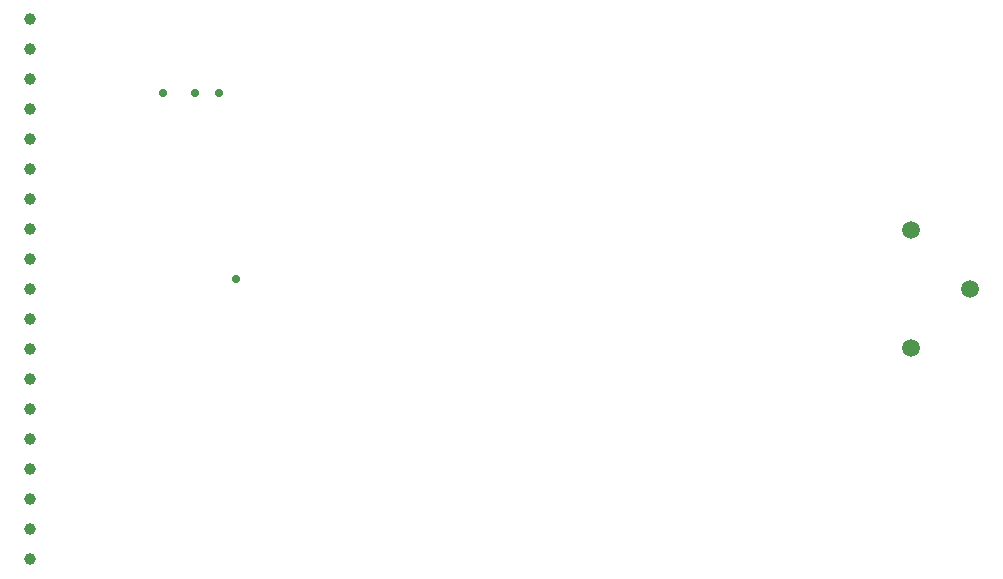
<source format=gbr>
%TF.GenerationSoftware,Altium Limited,Altium Designer,24.1.2 (44)*%
G04 Layer_Color=0*
%FSLAX45Y45*%
%MOMM*%
%TF.SameCoordinates,081E4AA9-6FF8-4DA1-966E-1EA6E075E410*%
%TF.FilePolarity,Positive*%
%TF.FileFunction,Plated,1,2,PTH,Drill*%
%TF.Part,Single*%
G01*
G75*
%TA.AperFunction,ComponentDrill*%
%ADD41C,1.50000*%
%ADD42C,1.00000*%
%TA.AperFunction,ViaDrill,NotFilled*%
%ADD43C,0.71120*%
D41*
X8255000Y2540000D02*
D03*
X7755000Y3040000D02*
D03*
Y2040000D02*
D03*
D42*
X292100Y4826000D02*
D03*
Y4572000D02*
D03*
Y4318000D02*
D03*
Y4064000D02*
D03*
Y3810000D02*
D03*
Y3556000D02*
D03*
Y3302000D02*
D03*
Y3048000D02*
D03*
Y2794000D02*
D03*
Y2540000D02*
D03*
Y2286000D02*
D03*
Y2032000D02*
D03*
Y1778000D02*
D03*
Y1524000D02*
D03*
Y1270000D02*
D03*
Y1016000D02*
D03*
Y762000D02*
D03*
Y508000D02*
D03*
Y254000D02*
D03*
D43*
X1892300Y4203700D02*
D03*
X1422400D02*
D03*
X1689100D02*
D03*
X2038500Y2628900D02*
D03*
%TF.MD5,ea259e208664b9f24ec36c74b90563bb*%
M02*

</source>
